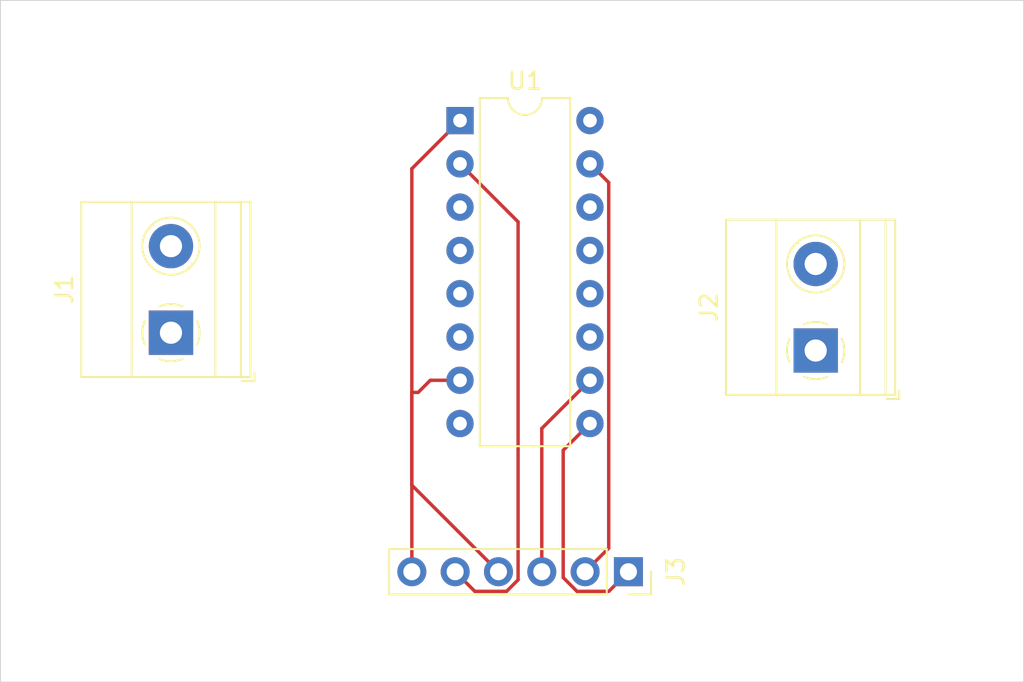
<source format=kicad_pcb>
(kicad_pcb (version 20240108) (generator "pcbnew") (generator_version "8.0")
  (layers (0 "F.Cu" signal) (31 "B.Cu" signal) (34 "B.Paste" user) (35 "F.Paste" user) (36 "B.SilkS" user "B.Silkscreen") (37 "F.SilkS" user "F.Silkscreen") (38 "B.Mask" user) (39 "F.Mask" user) (44 "Edge.Cuts" user))
  (net 0 "")
  (net 1 "Net-(J1-Pin_2)")
  (net 2 "Net-(J1-Pin_1)")
  (net 3 "Net-(J2-Pin_1)")
  (net 4 "Net-(J2-Pin_2)")
  (net 5 "Net-(J3-Pin_2)")
  (net 6 "Net-(J3-Pin_3)")
  (net 7 "Net-(J3-Pin_5)")
  (net 8 "Net-(J3-Pin_4)")
  (net 9 "Net-(J3-Pin_1)")
  (net 10 "GND")
  (net 11 "VCC")
  (footprint "TerminalBlock_Phoenix:TerminalBlock_Phoenix_MKDS-1,5-2-5.08_1x02_P5.08mm_Horizontal" (layer "F.Cu") (at 122.805 65.545 90)
    (property "Reference" "J2" (at 2.54 -6.26 90) (layer "F.SilkS"))
    (property "Value" "Screw_Terminal_01x02")
    (fp_line (start 7.68 -5.261) (end 7.68 4.66) (stroke (width 0.12)) (layer "F.SilkS"))
    (fp_line (start -2.6 -5.261) (end 7.68 -5.261) (stroke (width 0.12)) (layer "F.SilkS"))
    (fp_line (start -2.6 -5.261) (end -2.6 4.66) (stroke (width 0.12)) (layer "F.SilkS"))
    (fp_line (start -2.6 -2.301) (end 7.68 -2.301) (stroke (width 0.12)) (layer "F.SilkS"))
    (fp_line (start 6.15 -1.275) (end 6.115 -1.239) (stroke (width 0.12)) (layer "F.SilkS"))
    (fp_line (start 6.355 -1.069) (end 6.308 -1.023) (stroke (width 0.12)) (layer "F.SilkS"))
    (fp_line (start 3.853 1.023) (end 3.806 1.069) (stroke (width 0.12)) (layer "F.SilkS"))
    (fp_line (start 4.046 1.239) (end 4.011 1.274) (stroke (width 0.12)) (layer "F.SilkS"))
    (fp_line (start -2.6 2.6) (end 7.68 2.6) (stroke (width 0.12)) (layer "F.SilkS"))
    (fp_line (start -2.6 4.1) (end 7.68 4.1) (stroke (width 0.12)) (layer "F.SilkS"))
    (fp_line (start -2.84 4.16) (end -2.84 4.9) (stroke (width 0.12)) (layer "F.SilkS"))
    (fp_line (start -2.6 4.66) (end 7.68 4.66) (stroke (width 0.12)) (layer "F.SilkS"))
    (fp_line (start -2.84 4.9) (end -2.34 4.9) (stroke (width 0.12)) (layer "F.SilkS"))
    (fp_arc (start -0.683042 -1.535427) (mid 0.000524 -1.680501) (end 0.684 -1.535) (stroke (width 0.12)) (layer "F.SilkS"))
    (fp_arc (start 1.535427 -0.683042) (mid 1.680501 0.000524) (end 1.535 0.684) (stroke (width 0.12)) (layer "F.SilkS"))
    (fp_arc (start -1.535427 0.683042) (mid -1.680501 -0.000524) (end -1.535 -0.684) (stroke (width 0.12)) (layer "F.SilkS"))
    (fp_arc (start 0.683318 1.534756) (mid 0.349292 1.643288) (end 0 1.68) (stroke (width 0.12)) (layer "F.SilkS"))
    (fp_arc (start 0.028805 1.680253) (mid -0.335551 1.646659) (end -0.684 1.535) (stroke (width 0.12)) (layer "F.SilkS"))
    (fp_circle (center 5.08 0) (end 6.76 0) (stroke (width 0.12)) (fill none) (layer "F.SilkS"))
    (pad "1" thru_hole rect (at 0 0 90) (size 2.6 2.6) (drill 1.3) (layers "*.Cu" "*.Mask") (net 3 "Net-(J2-Pin_1)"))
    (pad "2" thru_hole circle (at 5.08 0 90) (size 2.6 2.6) (drill 1.3) (layers "*.Cu" "*.Mask") (net 4 "Net-(J2-Pin_2)"))
  )
  (footprint "Package_DIP:DIP-16_W7.62mm" (layer "F.Cu") (at 101.95 52.05)
    (property "Reference" "U1" (at 3.81 -2.33 0) (layer "F.SilkS"))
    (property "Value" "L293D")
    (fp_line (start 1.16 -1.33) (end 1.16 19.11) (stroke (width 0.12)) (layer "F.SilkS"))
    (fp_line (start 1.16 19.11) (end 6.46 19.11) (stroke (width 0.12)) (layer "F.SilkS"))
    (fp_line (start 2.81 -1.33) (end 1.16 -1.33) (stroke (width 0.12)) (layer "F.SilkS"))
    (fp_line (start 6.46 -1.33) (end 4.81 -1.33) (stroke (width 0.12)) (layer "F.SilkS"))
    (fp_line (start 6.46 19.11) (end 6.46 -1.33) (stroke (width 0.12)) (layer "F.SilkS"))
    (fp_arc (start 4.81 -1.33) (mid 3.81 -0.33) (end 2.81 -1.33) (stroke (width 0.12)) (layer "F.SilkS"))
    (pad "1" thru_hole rect (at 0 0) (size 1.6 1.6) (drill 0.8) (layers "*.Cu" "*.Mask") (net 8 "Net-(J3-Pin_4)"))
    (pad "2" thru_hole oval (at 0 2.54) (size 1.6 1.6) (drill 0.8) (layers "*.Cu" "*.Mask") (net 7 "Net-(J3-Pin_5)"))
    (pad "3" thru_hole oval (at 0 5.08) (size 1.6 1.6) (drill 0.8) (layers "*.Cu" "*.Mask") (net 2 "Net-(J1-Pin_1)"))
    (pad "4" thru_hole oval (at 0 7.62) (size 1.6 1.6) (drill 0.8) (layers "*.Cu" "*.Mask") (net 10 "GND"))
    (pad "5" thru_hole oval (at 0 10.16) (size 1.6 1.6) (drill 0.8) (layers "*.Cu" "*.Mask") (net 10 "GND"))
    (pad "6" thru_hole oval (at 0 12.7) (size 1.6 1.6) (drill 0.8) (layers "*.Cu" "*.Mask") (net 1 "Net-(J1-Pin_2)"))
    (pad "7" thru_hole oval (at 0 15.24) (size 1.6 1.6) (drill 0.8) (layers "*.Cu" "*.Mask") (net 8 "Net-(J3-Pin_4)"))
    (pad "8" thru_hole oval (at 0 17.78) (size 1.6 1.6) (drill 0.8) (layers "*.Cu" "*.Mask") (net 11 "VCC"))
    (pad "9" thru_hole oval (at 7.62 17.78) (size 1.6 1.6) (drill 0.8) (layers "*.Cu" "*.Mask") (net 9 "Net-(J3-Pin_1)"))
    (pad "10" thru_hole oval (at 7.62 15.24) (size 1.6 1.6) (drill 0.8) (layers "*.Cu" "*.Mask") (net 6 "Net-(J3-Pin_3)"))
    (pad "11" thru_hole oval (at 7.62 12.7) (size 1.6 1.6) (drill 0.8) (layers "*.Cu" "*.Mask") (net 3 "Net-(J2-Pin_1)"))
    (pad "12" thru_hole oval (at 7.62 10.16) (size 1.6 1.6) (drill 0.8) (layers "*.Cu" "*.Mask") (net 10 "GND"))
    (pad "13" thru_hole oval (at 7.62 7.62) (size 1.6 1.6) (drill 0.8) (layers "*.Cu" "*.Mask") (net 10 "GND"))
    (pad "14" thru_hole oval (at 7.62 5.08) (size 1.6 1.6) (drill 0.8) (layers "*.Cu" "*.Mask") (net 4 "Net-(J2-Pin_2)"))
    (pad "15" thru_hole oval (at 7.62 2.54) (size 1.6 1.6) (drill 0.8) (layers "*.Cu" "*.Mask") (net 5 "Net-(J3-Pin_2)"))
    (pad "16" thru_hole oval (at 7.62 0) (size 1.6 1.6) (drill 0.8) (layers "*.Cu" "*.Mask") (net 11 "VCC"))
  )
  (footprint "TerminalBlock_Phoenix:TerminalBlock_Phoenix_MKDS-1,5-2-5.08_1x02_P5.08mm_Horizontal" (layer "F.Cu") (at 85 64.5 90)
    (property "Reference" "J1" (at 2.54 -6.26 90) (layer "F.SilkS"))
    (property "Value" "Screw_Terminal_01x02")
    (fp_line (start 7.68 -5.261) (end 7.68 4.66) (stroke (width 0.12)) (layer "F.SilkS"))
    (fp_line (start -2.6 -5.261) (end 7.68 -5.261) (stroke (width 0.12)) (layer "F.SilkS"))
    (fp_line (start -2.6 -5.261) (end -2.6 4.66) (stroke (width 0.12)) (layer "F.SilkS"))
    (fp_line (start -2.6 -2.301) (end 7.68 -2.301) (stroke (width 0.12)) (layer "F.SilkS"))
    (fp_line (start 6.15 -1.275) (end 6.115 -1.239) (stroke (width 0.12)) (layer "F.SilkS"))
    (fp_line (start 6.355 -1.069) (end 6.308 -1.023) (stroke (width 0.12)) (layer "F.SilkS"))
    (fp_line (start 3.853 1.023) (end 3.806 1.069) (stroke (width 0.12)) (layer "F.SilkS"))
    (fp_line (start 4.046 1.239) (end 4.011 1.274) (stroke (width 0.12)) (layer "F.SilkS"))
    (fp_line (start -2.6 2.6) (end 7.68 2.6) (stroke (width 0.12)) (layer "F.SilkS"))
    (fp_line (start -2.6 4.1) (end 7.68 4.1) (stroke (width 0.12)) (layer "F.SilkS"))
    (fp_line (start -2.84 4.16) (end -2.84 4.9) (stroke (width 0.12)) (layer "F.SilkS"))
    (fp_line (start -2.6 4.66) (end 7.68 4.66) (stroke (width 0.12)) (layer "F.SilkS"))
    (fp_line (start -2.84 4.9) (end -2.34 4.9) (stroke (width 0.12)) (layer "F.SilkS"))
    (fp_arc (start -0.683042 -1.535427) (mid 0.000524 -1.680501) (end 0.684 -1.535) (stroke (width 0.12)) (layer "F.SilkS"))
    (fp_arc (start 1.535427 -0.683042) (mid 1.680501 0.000524) (end 1.535 0.684) (stroke (width 0.12)) (layer "F.SilkS"))
    (fp_arc (start -1.535427 0.683042) (mid -1.680501 -0.000524) (end -1.535 -0.684) (stroke (width 0.12)) (layer "F.SilkS"))
    (fp_arc (start 0.683318 1.534756) (mid 0.349292 1.643288) (end 0 1.68) (stroke (width 0.12)) (layer "F.SilkS"))
    (fp_arc (start 0.028805 1.680253) (mid -0.335551 1.646659) (end -0.684 1.535) (stroke (width 0.12)) (layer "F.SilkS"))
    (fp_circle (center 5.08 0) (end 6.76 0) (stroke (width 0.12)) (fill none) (layer "F.SilkS"))
    (pad "1" thru_hole rect (at 0 0 90) (size 2.6 2.6) (drill 1.3) (layers "*.Cu" "*.Mask") (net 2 "Net-(J1-Pin_1)"))
    (pad "2" thru_hole circle (at 5.08 0 90) (size 2.6 2.6) (drill 1.3) (layers "*.Cu" "*.Mask") (net 1 "Net-(J1-Pin_2)"))
  )
  (footprint "Connector_PinSocket_2.54mm:PinSocket_1x06_P2.54mm_Vertical" (layer "F.Cu") (at 111.825 78.525 -90)
    (property "Reference" "J3" (at 0 -2.77 90) (layer "F.SilkS"))
    (property "Value" "Conn_01x06")
    (fp_line (start -1.33 14.03) (end 1.33 14.03) (stroke (width 0.12)) (layer "F.SilkS"))
    (fp_line (start -1.33 1.27) (end -1.33 14.03) (stroke (width 0.12)) (layer "F.SilkS"))
    (fp_line (start -1.33 1.27) (end 1.33 1.27) (stroke (width 0.12)) (layer "F.SilkS"))
    (fp_line (start 1.33 1.27) (end 1.33 14.03) (stroke (width 0.12)) (layer "F.SilkS"))
    (fp_line (start 0 -1.33) (end 1.33 -1.33) (stroke (width 0.12)) (layer "F.SilkS"))
    (fp_line (start 1.33 -1.33) (end 1.33 0) (stroke (width 0.12)) (layer "F.SilkS"))
    (pad "1" thru_hole rect (at 0 0 270) (size 1.7 1.7) (drill 1) (layers "*.Cu" "*.Mask") (net 9 "Net-(J3-Pin_1)"))
    (pad "2" thru_hole oval (at 0 2.54 270) (size 1.7 1.7) (drill 1) (layers "*.Cu" "*.Mask") (net 5 "Net-(J3-Pin_2)"))
    (pad "3" thru_hole oval (at 0 5.08 270) (size 1.7 1.7) (drill 1) (layers "*.Cu" "*.Mask") (net 6 "Net-(J3-Pin_3)"))
    (pad "4" thru_hole oval (at 0 7.62 270) (size 1.7 1.7) (drill 1) (layers "*.Cu" "*.Mask") (net 8 "Net-(J3-Pin_4)"))
    (pad "5" thru_hole oval (at 0 10.16 270) (size 1.7 1.7) (drill 1) (layers "*.Cu" "*.Mask") (net 7 "Net-(J3-Pin_5)"))
    (pad "6" thru_hole oval (at 0 12.7 270) (size 1.7 1.7) (drill 1) (layers "*.Cu" "*.Mask") (net 8 "Net-(J3-Pin_4)"))
  )
  (gr_rect (start 75 45) (end 135 85) (stroke (width 0.05)) (fill none) (layer "Edge.Cuts"))
  (segment (start 110.67 77.14) (end 110.67 55.69) (width 0.2) (layer "F.Cu") (net 5))
  (segment (start 110.67 55.69) (end 109.57 54.59) (width 0.2) (layer "F.Cu") (net 5))
  (segment (start 109.285 78.525) (end 110.67 77.14) (width 0.2) (layer "F.Cu") (net 5))
  (segment (start 106.745 78.525) (end 106.745 70.115) (width 0.2) (layer "F.Cu") (net 6))
  (segment (start 106.745 70.115) (end 109.57 67.29) (width 0.2) (layer "F.Cu") (net 6))
  (segment (start 102.815 79.675) (end 104.681346 79.675) (width 0.2) (layer "F.Cu") (net 7))
  (segment (start 101.665 78.525) (end 102.815 79.675) (width 0.2) (layer "F.Cu") (net 7))
  (segment (start 105.355 79.001346) (end 105.355 57.995) (width 0.2) (layer "F.Cu") (net 7))
  (segment (start 104.681346 79.675) (end 105.355 79.001346) (width 0.2) (layer "F.Cu") (net 7))
  (segment (start 105.355 57.995) (end 101.95 54.59) (width 0.2) (layer "F.Cu") (net 7))
  (segment (start 99.125 68) (end 99.125 78.525) (width 0.2) (layer "F.Cu") (net 8))
  (segment (start 100.21 67.29) (end 101.95 67.29) (width 0.2) (layer "F.Cu") (net 8))
  (segment (start 99.125 68) (end 99.5 68) (width 0.2) (layer "F.Cu") (net 8))
  (segment (start 99.5 68) (end 100.21 67.29) (width 0.2) (layer "F.Cu") (net 8))
  (segment (start 99.125 73.445) (end 99.125 68) (width 0.2) (layer "F.Cu") (net 8))
  (segment (start 101.95 52.05) (end 99.125 54.875) (width 0.2) (layer "F.Cu") (net 8))
  (segment (start 99.125 54.875) (end 99.125 68) (width 0.2) (layer "F.Cu") (net 8))
  (segment (start 104.205 78.525) (end 99.125 73.445) (width 0.2) (layer "F.Cu") (net 8))
  (segment (start 111.825 78.525) (end 110.675 79.675) (width 0.2) (layer "F.Cu") (net 9))
  (segment (start 108.808654 79.675) (end 108 78.866346) (width 0.2) (layer "F.Cu") (net 9))
  (segment (start 108 78.866346) (end 108 71.4) (width 0.2) (layer "F.Cu") (net 9))
  (segment (start 108 71.4) (end 109.57 69.83) (width 0.2) (layer "F.Cu") (net 9))
  (segment (start 110.675 79.675) (end 108.808654 79.675) (width 0.2) (layer "F.Cu") (net 9))
)
</source>
